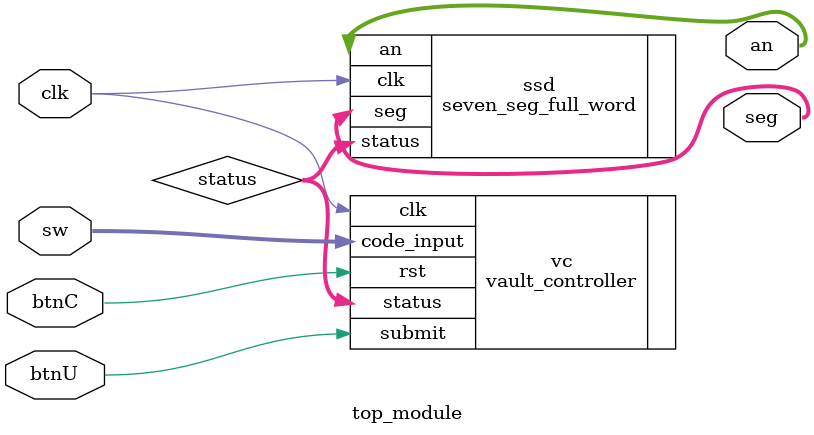
<source format=v>
module top_module(
    input clk,
    input btnC,
    input btnU,
    input [3:0] sw,
    output [6:0] seg,
    output [3:0] an
);
    wire [1:0] status;

    vault_controller vc(
        .clk(clk),
        .rst(btnC),
        .code_input(sw),
        .submit(btnU),
        .status(status)
    );

    seven_seg_full_word ssd(
        .clk(clk),
        .status(status),
        .seg(seg),
        .an(an)
    );
endmodule

</source>
